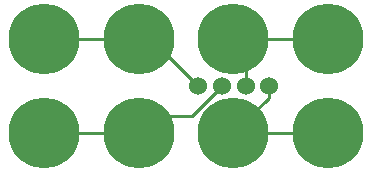
<source format=gtl>
%TF.GenerationSoftware,KiCad,Pcbnew,4.0.7-e2-6376~58~ubuntu16.04.1*%
%TF.CreationDate,2018-02-04T11:51:22-08:00*%
%TF.ProjectId,2x4-Grove-Sensor,3278342D47726F76652D53656E736F72,1.0*%
%TF.FileFunction,Copper,L1,Top,Signal*%
%FSLAX46Y46*%
G04 Gerber Fmt 4.6, Leading zero omitted, Abs format (unit mm)*
G04 Created by KiCad (PCBNEW 4.0.7-e2-6376~58~ubuntu16.04.1) date Sun Feb  4 11:51:22 2018*
%MOMM*%
%LPD*%
G01*
G04 APERTURE LIST*
%ADD10C,0.350000*%
%ADD11C,1.524000*%
%ADD12C,6.000000*%
%ADD13C,0.254000*%
%ADD14C,0.350000*%
G04 APERTURE END LIST*
D10*
D11*
X81553800Y-57327800D03*
X83553800Y-57327800D03*
X85553800Y-57327800D03*
X87553800Y-57327800D03*
D12*
X92505800Y-61341000D03*
X84505800Y-61341000D03*
X76505800Y-61341000D03*
X68505800Y-61341000D03*
X68505800Y-53341000D03*
X76505800Y-53341000D03*
X84505800Y-53341000D03*
X92505800Y-53341000D03*
D13*
X68505800Y-61341000D02*
X72748440Y-61341000D01*
X72748440Y-61341000D02*
X76505800Y-61341000D01*
X76505800Y-53341000D02*
X72263160Y-53341000D01*
X72263160Y-53341000D02*
X68505800Y-53341000D01*
X81553800Y-57327800D02*
X77567000Y-53341000D01*
X77567000Y-53341000D02*
X76505800Y-53341000D01*
X84505800Y-61341000D02*
X87505799Y-58341001D01*
X87505799Y-58341001D02*
X87505799Y-57375801D01*
X87505799Y-57375801D02*
X87553800Y-57327800D01*
X85553800Y-57327800D02*
X85553800Y-54389000D01*
X85553800Y-54389000D02*
X84505800Y-53341000D01*
X76505800Y-61341000D02*
X77979000Y-59867800D01*
X77979000Y-59867800D02*
X81013800Y-59867800D01*
X81013800Y-59867800D02*
X83553800Y-57327800D01*
X84505800Y-60493830D02*
X84505800Y-61341000D01*
X84594200Y-53429400D02*
X84505800Y-53341000D01*
X84505800Y-61341000D02*
X88748440Y-61341000D01*
X88748440Y-61341000D02*
X92505800Y-61341000D01*
X84505800Y-59365030D02*
X84505800Y-61341000D01*
X84505800Y-53341000D02*
X88748440Y-53341000D01*
X88748440Y-53341000D02*
X92505800Y-53341000D01*
X84505800Y-60287400D02*
X84505800Y-61341000D01*
D14*
X81553800Y-57327800D03*
X83553800Y-57327800D03*
X85553800Y-57327800D03*
X87553800Y-57327800D03*
X92505800Y-61341000D03*
X84505800Y-61341000D03*
X76505800Y-61341000D03*
X68505800Y-61341000D03*
X68505800Y-53341000D03*
X76505800Y-53341000D03*
X84505800Y-53341000D03*
X92505800Y-53341000D03*
M02*

</source>
